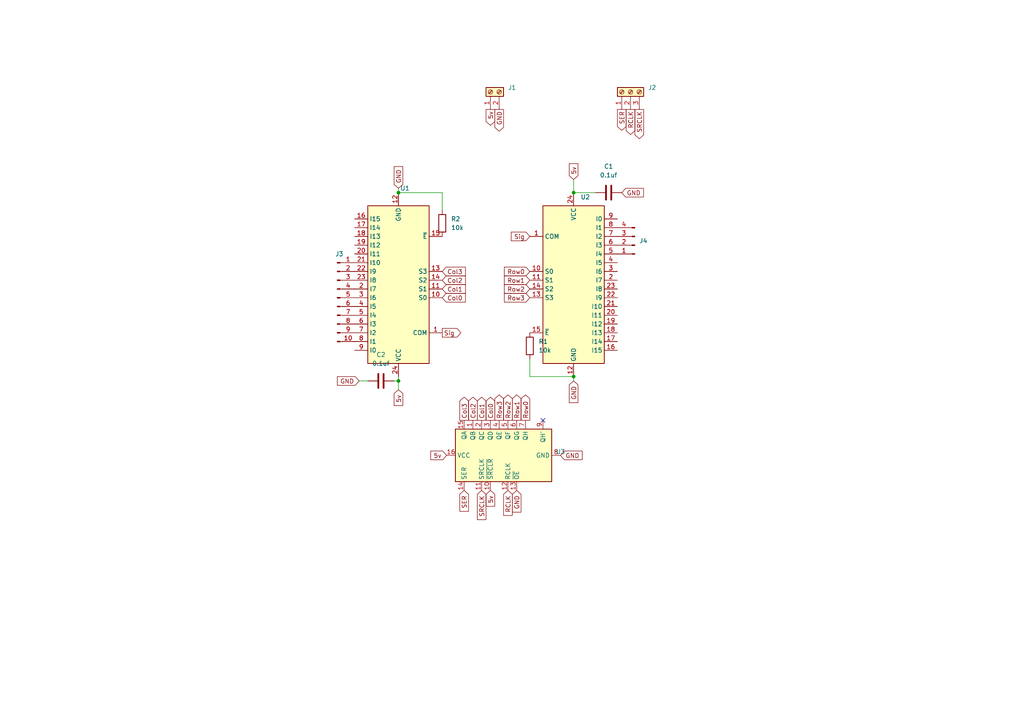
<source format=kicad_sch>
(kicad_sch (version 20211123) (generator eeschema)
  (paper "A4")
  (lib_symbols
    (symbol "74xx:74HC595"
      (property "Reference" "U" (at -7.62 13.97 0))
      (property "Value" "74HC595" (at -7.62 -16.51 0))
      (symbol "74HC595_1_0"
        (pin tri_state line (at 10.16 7.62 180) (length 2.54) (name "QB") (number "1"))
        (pin input line (at -10.16 2.54 0) (length 2.54) (name "~{SRCLR}") (number "10"))
        (pin input line (at -10.16 5.08 0) (length 2.54) (name "SRCLK") (number "11"))
        (pin input line (at -10.16 -2.54 0) (length 2.54) (name "RCLK") (number "12"))
        (pin input line (at -10.16 -5.08 0) (length 2.54) (name "~{OE}") (number "13"))
        (pin input line (at -10.16 10.16 0) (length 2.54) (name "SER") (number "14"))
        (pin tri_state line (at 10.16 10.16 180) (length 2.54) (name "QA") (number "15"))
        (pin power_in line (at 0 15.24 270) (length 2.54) (name "VCC") (number "16"))
        (pin tri_state line (at 10.16 5.08 180) (length 2.54) (name "QC") (number "2"))
        (pin tri_state line (at 10.16 2.54 180) (length 2.54) (name "QD") (number "3"))
        (pin tri_state line (at 10.16 0 180) (length 2.54) (name "QE") (number "4"))
        (pin tri_state line (at 10.16 -2.54 180) (length 2.54) (name "QF") (number "5"))
        (pin tri_state line (at 10.16 -5.08 180) (length 2.54) (name "QG") (number "6"))
        (pin tri_state line (at 10.16 -7.62 180) (length 2.54) (name "QH") (number "7"))
        (pin power_in line (at 0 -17.78 90) (length 2.54) (name "GND") (number "8"))
        (pin output line (at 10.16 -12.7 180) (length 2.54) (name "QH'") (number "9"))
      )
      (symbol "74HC595_1_1"
        (rectangle (start -7.62 12.7) (end 7.62 -15.24) (stroke (width 0.254)) (fill (type background)))
      )
    )
    (symbol "74xx:CD74HC4067M"
      (property "Reference" "U" (at -8.89 22.86 0))
      (property "Value" "CD74HC4067M" (at 1.27 22.86 0))
      (symbol "CD74HC4067M_0_1"
        (rectangle (start -8.89 21.59) (end 8.89 -24.13) (stroke (width 0.254)) (fill (type background)))
      )
      (symbol "CD74HC4067M_1_1"
        (pin passive line (at -12.7 12.7 0) (length 3.81) (name "COM") (number "1"))
        (pin input line (at -12.7 2.54 0) (length 3.81) (name "S0") (number "10"))
        (pin input line (at -12.7 0 0) (length 3.81) (name "S1") (number "11"))
        (pin power_in line (at 0 -27.94 90) (length 3.81) (name "GND") (number "12"))
        (pin input line (at -12.7 -5.08 0) (length 3.81) (name "S3") (number "13"))
        (pin input line (at -12.7 -2.54 0) (length 3.81) (name "S2") (number "14"))
        (pin input line (at -12.7 -15.24 0) (length 3.81) (name "~{E}") (number "15"))
        (pin passive line (at 12.7 -20.32 180) (length 3.81) (name "I15") (number "16"))
        (pin passive line (at 12.7 -17.78 180) (length 3.81) (name "I14") (number "17"))
        (pin passive line (at 12.7 -15.24 180) (length 3.81) (name "I13") (number "18"))
        (pin passive line (at 12.7 -12.7 180) (length 3.81) (name "I12") (number "19"))
        (pin passive line (at 12.7 0 180) (length 3.81) (name "I7") (number "2"))
        (pin passive line (at 12.7 -10.16 180) (length 3.81) (name "I11") (number "20"))
        (pin passive line (at 12.7 -7.62 180) (length 3.81) (name "I10") (number "21"))
        (pin passive line (at 12.7 -5.08 180) (length 3.81) (name "I9") (number "22"))
        (pin passive line (at 12.7 -2.54 180) (length 3.81) (name "I8") (number "23"))
        (pin power_in line (at 0 25.4 270) (length 3.81) (name "VCC") (number "24"))
        (pin passive line (at 12.7 2.54 180) (length 3.81) (name "I6") (number "3"))
        (pin passive line (at 12.7 5.08 180) (length 3.81) (name "I5") (number "4"))
        (pin passive line (at 12.7 7.62 180) (length 3.81) (name "I4") (number "5"))
        (pin passive line (at 12.7 10.16 180) (length 3.81) (name "I3") (number "6"))
        (pin passive line (at 12.7 12.7 180) (length 3.81) (name "I2") (number "7"))
        (pin passive line (at 12.7 15.24 180) (length 3.81) (name "I1") (number "8"))
        (pin passive line (at 12.7 17.78 180) (length 3.81) (name "I0") (number "9"))
      )
    )
    (symbol "Connector:Conn_01x04_Male" (pin_names (offset 1.016) hide)
      (property "Reference" "J" (at 0 5.08 0))
      (property "Value" "Conn_01x04_Male" (at 0 -7.62 0))
      (symbol "Conn_01x04_Male_1_1"
        (polyline (pts (xy 1.27 -5.08) (xy 0.8636 -5.08)) (stroke (width 0.1524)))
        (polyline (pts (xy 1.27 -2.54) (xy 0.8636 -2.54)) (stroke (width 0.1524)))
        (polyline (pts (xy 1.27 0) (xy 0.8636 0)) (stroke (width 0.1524)))
        (polyline (pts (xy 1.27 2.54) (xy 0.8636 2.54)) (stroke (width 0.1524)))
        (rectangle (start 0.8636 -4.953) (end 0 -5.207) (stroke (width 0.1524)) (fill (type outline)))
        (rectangle (start 0.8636 -2.413) (end 0 -2.667) (stroke (width 0.1524)) (fill (type outline)))
        (rectangle (start 0.8636 0.127) (end 0 -0.127) (stroke (width 0.1524)) (fill (type outline)))
        (rectangle (start 0.8636 2.667) (end 0 2.413) (stroke (width 0.1524)) (fill (type outline)))
        (pin passive line (at 5.08 2.54 180) (length 3.81) (name "Pin_1") (number "1"))
        (pin passive line (at 5.08 0 180) (length 3.81) (name "Pin_2") (number "2"))
        (pin passive line (at 5.08 -2.54 180) (length 3.81) (name "Pin_3") (number "3"))
        (pin passive line (at 5.08 -5.08 180) (length 3.81) (name "Pin_4") (number "4"))
      )
    )
    (symbol "Connector:Conn_01x10_Male" (pin_names (offset 1.016) hide)
      (property "Reference" "J" (at 0 12.7 0))
      (property "Value" "Conn_01x10_Male" (at 0 -15.24 0))
      (symbol "Conn_01x10_Male_1_1"
        (polyline (pts (xy 1.27 -12.7) (xy 0.8636 -12.7)) (stroke (width 0.1524)))
        (polyline (pts (xy 1.27 -10.16) (xy 0.8636 -10.16)) (stroke (width 0.1524)))
        (polyline (pts (xy 1.27 -7.62) (xy 0.8636 -7.62)) (stroke (width 0.1524)))
        (polyline (pts (xy 1.27 -5.08) (xy 0.8636 -5.08)) (stroke (width 0.1524)))
        (polyline (pts (xy 1.27 -2.54) (xy 0.8636 -2.54)) (stroke (width 0.1524)))
        (polyline (pts (xy 1.27 0) (xy 0.8636 0)) (stroke (width 0.1524)))
        (polyline (pts (xy 1.27 2.54) (xy 0.8636 2.54)) (stroke (width 0.1524)))
        (polyline (pts (xy 1.27 5.08) (xy 0.8636 5.08)) (stroke (width 0.1524)))
        (polyline (pts (xy 1.27 7.62) (xy 0.8636 7.62)) (stroke (width 0.1524)))
        (polyline (pts (xy 1.27 10.16) (xy 0.8636 10.16)) (stroke (width 0.1524)))
        (rectangle (start 0.8636 -12.573) (end 0 -12.827) (stroke (width 0.1524)) (fill (type outline)))
        (rectangle (start 0.8636 -10.033) (end 0 -10.287) (stroke (width 0.1524)) (fill (type outline)))
        (rectangle (start 0.8636 -7.493) (end 0 -7.747) (stroke (width 0.1524)) (fill (type outline)))
        (rectangle (start 0.8636 -4.953) (end 0 -5.207) (stroke (width 0.1524)) (fill (type outline)))
        (rectangle (start 0.8636 -2.413) (end 0 -2.667) (stroke (width 0.1524)) (fill (type outline)))
        (rectangle (start 0.8636 0.127) (end 0 -0.127) (stroke (width 0.1524)) (fill (type outline)))
        (rectangle (start 0.8636 2.667) (end 0 2.413) (stroke (width 0.1524)) (fill (type outline)))
        (rectangle (start 0.8636 5.207) (end 0 4.953) (stroke (width 0.1524)) (fill (type outline)))
        (rectangle (start 0.8636 7.747) (end 0 7.493) (stroke (width 0.1524)) (fill (type outline)))
        (rectangle (start 0.8636 10.287) (end 0 10.033) (stroke (width 0.1524)) (fill (type outline)))
        (pin passive line (at 5.08 10.16 180) (length 3.81) (name "Pin_1") (number "1"))
        (pin passive line (at 5.08 -12.7 180) (length 3.81) (name "Pin_10") (number "10"))
        (pin passive line (at 5.08 7.62 180) (length 3.81) (name "Pin_2") (number "2"))
        (pin passive line (at 5.08 5.08 180) (length 3.81) (name "Pin_3") (number "3"))
        (pin passive line (at 5.08 2.54 180) (length 3.81) (name "Pin_4") (number "4"))
        (pin passive line (at 5.08 0 180) (length 3.81) (name "Pin_5") (number "5"))
        (pin passive line (at 5.08 -2.54 180) (length 3.81) (name "Pin_6") (number "6"))
        (pin passive line (at 5.08 -5.08 180) (length 3.81) (name "Pin_7") (number "7"))
        (pin passive line (at 5.08 -7.62 180) (length 3.81) (name "Pin_8") (number "8"))
        (pin passive line (at 5.08 -10.16 180) (length 3.81) (name "Pin_9") (number "9"))
      )
    )
    (symbol "Connector:Screw_Terminal_01x02" (pin_names (offset 1.016) hide)
      (property "Reference" "J" (at 0 2.54 0))
      (property "Value" "Screw_Terminal_01x02" (at 0 -5.08 0))
      (symbol "Screw_Terminal_01x02_1_1"
        (rectangle (start -1.27 1.27) (end 1.27 -3.81) (stroke (width 0.254)) (fill (type background)))
        (circle (center 0 -2.54) (radius 0.635) (stroke (width 0.1524)))
        (polyline (pts (xy -0.5334 -2.2098) (xy 0.3302 -3.048)) (stroke (width 0.1524)))
        (polyline (pts (xy -0.5334 0.3302) (xy 0.3302 -0.508)) (stroke (width 0.1524)))
        (polyline (pts (xy -0.3556 -2.032) (xy 0.508 -2.8702)) (stroke (width 0.1524)))
        (polyline (pts (xy -0.3556 0.508) (xy 0.508 -0.3302)) (stroke (width 0.1524)))
        (circle (center 0 0) (radius 0.635) (stroke (width 0.1524)))
        (pin passive line (at -5.08 0 0) (length 3.81) (name "Pin_1") (number "1"))
        (pin passive line (at -5.08 -2.54 0) (length 3.81) (name "Pin_2") (number "2"))
      )
    )
    (symbol "Connector:Screw_Terminal_01x03" (pin_names (offset 1.016) hide)
      (property "Reference" "J" (at 0 5.08 0))
      (property "Value" "Screw_Terminal_01x03" (at 0 -5.08 0))
      (symbol "Screw_Terminal_01x03_1_1"
        (rectangle (start -1.27 3.81) (end 1.27 -3.81) (stroke (width 0.254)) (fill (type background)))
        (circle (center 0 -2.54) (radius 0.635) (stroke (width 0.1524)))
        (polyline (pts (xy -0.5334 -2.2098) (xy 0.3302 -3.048)) (stroke (width 0.1524)))
        (polyline (pts (xy -0.5334 0.3302) (xy 0.3302 -0.508)) (stroke (width 0.1524)))
        (polyline (pts (xy -0.5334 2.8702) (xy 0.3302 2.032)) (stroke (width 0.1524)))
        (polyline (pts (xy -0.3556 -2.032) (xy 0.508 -2.8702)) (stroke (width 0.1524)))
        (polyline (pts (xy -0.3556 0.508) (xy 0.508 -0.3302)) (stroke (width 0.1524)))
        (polyline (pts (xy -0.3556 3.048) (xy 0.508 2.2098)) (stroke (width 0.1524)))
        (circle (center 0 0) (radius 0.635) (stroke (width 0.1524)))
        (circle (center 0 2.54) (radius 0.635) (stroke (width 0.1524)))
        (pin passive line (at -5.08 2.54 0) (length 3.81) (name "Pin_1") (number "1"))
        (pin passive line (at -5.08 0 0) (length 3.81) (name "Pin_2") (number "2"))
        (pin passive line (at -5.08 -2.54 0) (length 3.81) (name "Pin_3") (number "3"))
      )
    )
    (symbol "Device:C" (pin_numbers hide) (pin_names (offset 0.254))
      (property "Reference" "C" (at 0.635 2.54 0))
      (property "Value" "C" (at 0.635 -2.54 0))
      (symbol "C_0_1"
        (polyline (pts (xy -2.032 -0.762) (xy 2.032 -0.762)) (stroke (width 0.508)))
        (polyline (pts (xy -2.032 0.762) (xy 2.032 0.762)) (stroke (width 0.508)))
      )
      (symbol "C_1_1"
        (pin passive line (at 0 3.81 270) (length 2.794) (name "~") (number "1"))
        (pin passive line (at 0 -3.81 90) (length 2.794) (name "~") (number "2"))
      )
    )
    (symbol "Device:R" (pin_numbers hide) (pin_names (offset 0))
      (property "Reference" "R" (at 2.032 0 90))
      (property "Value" "R" (at 0 0 90))
      (symbol "R_0_1"
        (rectangle (start -1.016 -2.54) (end 1.016 2.54) (stroke (width 0.254)))
      )
      (symbol "R_1_1"
        (pin passive line (at 0 3.81 270) (length 1.27) (name "~") (number "1"))
        (pin passive line (at 0 -3.81 90) (length 1.27) (name "~") (number "2"))
      )
    )
  )
  (junction (at 115.57 55.88))
  (junction (at 166.37 109.22))
  (junction (at 115.57 110.49))
  (junction (at 166.37 55.88))
  (no_connect (at 157.48 121.92))
  (wire (pts (xy 166.37 52.07) (xy 166.37 55.88)))
  (wire (pts (xy 172.72 55.88) (xy 166.37 55.88)))
  (wire (pts (xy 166.37 109.22) (xy 166.37 110.49)))
  (wire (pts (xy 128.27 55.88) (xy 115.57 55.88)))
  (wire (pts (xy 153.67 104.14) (xy 153.67 109.22)))
  (wire (pts (xy 104.14 110.49) (xy 106.68 110.49)))
  (wire (pts (xy 115.57 110.49) (xy 115.57 113.03)))
  (wire (pts (xy 115.57 54.61) (xy 115.57 55.88)))
  (wire (pts (xy 115.57 109.22) (xy 115.57 110.49)))
  (wire (pts (xy 114.3 110.49) (xy 115.57 110.49)))
  (wire (pts (xy 166.37 109.22) (xy 153.67 109.22)))
  (wire (pts (xy 128.27 60.96) (xy 128.27 55.88)))
  (global_label "5v" (shape input) (at 115.57 113.03 270) (property "Intersheet References" "${INTERSHEET_REFS}" (effects hide)))
  (global_label "Row3" (shape input) (at 153.67 86.36 180) (property "Intersheet References" "${INTERSHEET_REFS}" (effects hide)))
  (global_label "SRCLK" (shape output) (at 185.42 31.75 270) (property "Intersheet References" "${INTERSHEET_REFS}" (effects hide)))
  (global_label "Row2" (shape input) (at 153.67 83.82 180) (property "Intersheet References" "${INTERSHEET_REFS}" (effects hide)))
  (global_label "5v" (shape input) (at 166.37 52.07 90) (property "Intersheet References" "${INTERSHEET_REFS}" (effects hide)))
  (global_label "GND" (shape output) (at 144.78 31.75 270) (property "Intersheet References" "${INTERSHEET_REFS}" (effects hide)))
  (global_label "GND" (shape input) (at 115.57 54.61 90) (property "Intersheet References" "${INTERSHEET_REFS}" (effects hide)))
  (global_label "SER" (shape input) (at 134.62 142.24 270) (property "Intersheet References" "${INTERSHEET_REFS}" (effects hide)))
  (global_label "5v" (shape input) (at 142.24 142.24 270) (property "Intersheet References" "${INTERSHEET_REFS}" (effects hide)))
  (global_label "5v" (shape output) (at 142.24 31.75 270) (property "Intersheet References" "${INTERSHEET_REFS}" (effects hide)))
  (global_label "Col0" (shape input) (at 128.27 86.36 0) (property "Intersheet References" "${INTERSHEET_REFS}" (effects hide)))
  (global_label "Row1" (shape output) (at 149.86 121.92 90) (property "Intersheet References" "${INTERSHEET_REFS}" (effects hide)))
  (global_label "SRCLK" (shape input) (at 139.7 142.24 270) (property "Intersheet References" "${INTERSHEET_REFS}" (effects hide)))
  (global_label "Col2" (shape output) (at 137.16 121.92 90) (property "Intersheet References" "${INTERSHEET_REFS}" (effects hide)))
  (global_label "Row0" (shape output) (at 152.4 121.92 90) (property "Intersheet References" "${INTERSHEET_REFS}" (effects hide)))
  (global_label "Row1" (shape input) (at 153.67 81.28 180) (property "Intersheet References" "${INTERSHEET_REFS}" (effects hide)))
  (global_label "Col0" (shape output) (at 142.24 121.92 90) (property "Intersheet References" "${INTERSHEET_REFS}" (effects hide)))
  (global_label "RCLK" (shape output) (at 182.88 31.75 270) (property "Intersheet References" "${INTERSHEET_REFS}" (effects hide)))
  (global_label "GND" (shape input) (at 162.56 132.08 0) (property "Intersheet References" "${INTERSHEET_REFS}" (effects hide)))
  (global_label "Row0" (shape input) (at 153.67 78.74 180) (property "Intersheet References" "${INTERSHEET_REFS}" (effects hide)))
  (global_label "Col3" (shape output) (at 134.62 121.92 90) (property "Intersheet References" "${INTERSHEET_REFS}" (effects hide)))
  (global_label "Col2" (shape input) (at 128.27 81.28 0) (property "Intersheet References" "${INTERSHEET_REFS}" (effects hide)))
  (global_label "Row3" (shape output) (at 144.78 121.92 90) (property "Intersheet References" "${INTERSHEET_REFS}" (effects hide)))
  (global_label "Row2" (shape output) (at 147.32 121.92 90) (property "Intersheet References" "${INTERSHEET_REFS}" (effects hide)))
  (global_label "SER" (shape output) (at 180.34 31.75 270) (property "Intersheet References" "${INTERSHEET_REFS}" (effects hide)))
  (global_label "GND" (shape input) (at 166.37 110.49 270) (property "Intersheet References" "${INTERSHEET_REFS}" (effects hide)))
  (global_label "Col3" (shape input) (at 128.27 78.74 0) (property "Intersheet References" "${INTERSHEET_REFS}" (effects hide)))
  (global_label "RCLK" (shape input) (at 147.32 142.24 270) (property "Intersheet References" "${INTERSHEET_REFS}" (effects hide)))
  (global_label "Col1" (shape input) (at 128.27 83.82 0) (property "Intersheet References" "${INTERSHEET_REFS}" (effects hide)))
  (global_label "Sig" (shape output) (at 128.27 96.52 0) (property "Intersheet References" "${INTERSHEET_REFS}" (effects hide)))
  (global_label "Col1" (shape output) (at 139.7 121.92 90) (property "Intersheet References" "${INTERSHEET_REFS}" (effects hide)))
  (global_label "GND" (shape input) (at 104.14 110.49 180) (property "Intersheet References" "${INTERSHEET_REFS}" (effects hide)))
  (global_label "GND" (shape input) (at 149.86 142.24 270) (property "Intersheet References" "${INTERSHEET_REFS}" (effects hide)))
  (global_label "Sig" (shape input) (at 153.67 68.58 180) (property "Intersheet References" "${INTERSHEET_REFS}" (effects hide)))
  (global_label "GND" (shape input) (at 180.34 55.88 0) (property "Intersheet References" "${INTERSHEET_REFS}" (effects hide)))
  (global_label "5v" (shape input) (at 129.54 132.08 180) (property "Intersheet References" "${INTERSHEET_REFS}" (effects hide)))
  (symbol (lib_id "74xx:CD74HC4067M") (at 166.37 81.28 0) (unit 1)
    (property "Reference" "U2" (at 168.3894 57.15 0) (effects (justify left)))
    (property "Value" "CD74HC4067M" (effects hide))
    (property "Footprint" "Package_SO:SOIC-24W_7.5x15.4mm_P1.27mm" (effects hide))
    (property "Datasheet" "http://www.ti.com/lit/ds/symlink/cd74hc4067.pdf" (effects hide))
  )
  (symbol (lib_id "Device:C") (at 110.49 110.49 90) (unit 1)
    (property "Reference" "C2" (at 110.49 102.87 90))
    (property "Value" "0.1uf" (at 110.49 105.41 90))
    (property "Footprint" "Capacitor_SMD:C_0603_1608Metric" (effects hide))
  )
  (symbol (lib_id "Connector:Screw_Terminal_01x02") (at 142.24 26.67 90) (unit 1)
    (property "Reference" "J1" (at 147.32 25.3999 90) (effects (justify right)))
    (property "Value" "Screw_Terminal_01x02" (effects hide))
    (property "Footprint" "Connector_PinHeader_2.54mm:PinHeader_1x02_P2.54mm_Vertical" (effects hide))
  )
  (symbol (lib_id "Connector:Conn_01x04_Male") (at 184.15 71.12 180) (unit 1)
    (property "Reference" "J4" (at 185.42 69.8499 0) (effects (justify right)))
    (property "Value" "Conn_01x04_Male" (effects hide))
    (property "Footprint" "Jumper:SMD_Pad_1x4" (effects hide))
  )
  (symbol (lib_id "Device:R") (at 128.27 64.77 0) (unit 1)
    (property "Reference" "R2" (at 130.81 63.4999 0) (effects (justify left)))
    (property "Value" "10k" (at 130.81 66.0399 0) (effects (justify left)))
    (property "Footprint" "Resistor_SMD:R_0603_1608Metric" (effects hide))
  )
  (symbol (lib_id "74xx:CD74HC4067M") (at 115.57 83.82 180) (unit 1)
    (property "Reference" "U1" (at 116.0906 54.61 0) (effects (justify right)))
    (property "Value" "CD74HC4067M" (effects hide))
    (property "Footprint" "Package_SO:SOIC-24W_7.5x15.4mm_P1.27mm" (effects hide))
    (property "Datasheet" "http://www.ti.com/lit/ds/symlink/cd74hc4067.pdf" (effects hide))
  )
  (symbol (lib_id "74xx:74HC595") (at 144.78 132.08 90) (unit 1)
    (property "Reference" "U3" (at 162.56 131.0386 90))
    (property "Value" "74HC595" (effects hide))
    (property "Footprint" "Package_SO:SOIC-16_3.9x9.9mm_P1.27mm" (effects hide))
    (property "Datasheet" "http://www.ti.com/lit/ds/symlink/sn74hc595.pdf" (effects hide))
  )
  (symbol (lib_id "Device:R") (at 153.67 100.33 0) (unit 1)
    (property "Reference" "R1" (at 156.21 99.0599 0) (effects (justify left)))
    (property "Value" "10k" (at 156.21 101.5999 0) (effects (justify left)))
    (property "Footprint" "Resistor_SMD:R_0603_1608Metric" (effects hide))
  )
  (symbol (lib_id "Device:C") (at 176.53 55.88 270) (unit 1)
    (property "Reference" "C1" (at 176.53 48.26 90))
    (property "Value" "0.1uf" (at 176.53 50.8 90))
    (property "Footprint" "Capacitor_SMD:C_0603_1608Metric" (effects hide))
  )
  (symbol (lib_id "Connector:Screw_Terminal_01x03") (at 182.88 26.67 90) (unit 1)
    (property "Reference" "J2" (at 187.96 25.3999 90) (effects (justify right)))
    (property "Value" "Screw_Terminal_01x03" (effects hide))
    (property "Footprint" "Connector_PinHeader_2.54mm:PinHeader_1x03_P2.54mm_Vertical" (effects hide))
  )
  (symbol (lib_id "Connector:Conn_01x10_Male") (at 97.79 86.36 0) (unit 1)
    (property "Reference" "J3" (at 98.425 73.66 0))
    (property "Value" "Conn_01x10_Male" (effects hide))
    (property "Footprint" "Jumper:SMD_Pad_1x10" (effects hide))
  )
)
</source>
